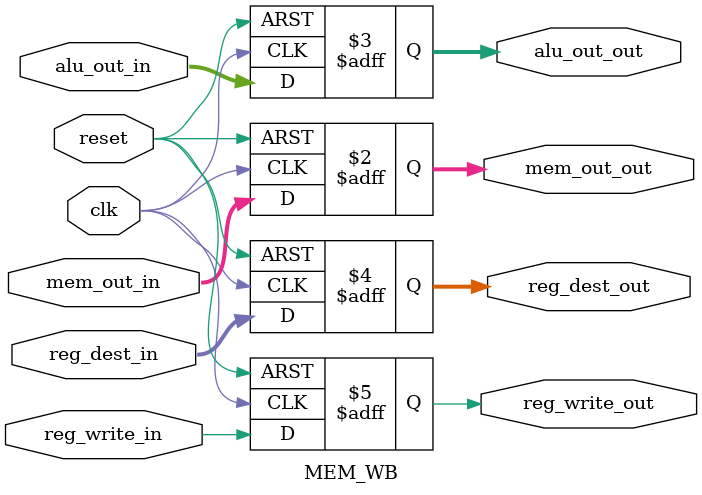
<source format=sv>
module MEM_WB (
  input  logic        clk,
  input  logic        reset,
  input  logic [31:0] mem_out_in,
  input  logic [31:0] alu_out_in,
  input  logic [4:0]  reg_dest_in,
  input  logic        reg_write_in,
  output logic [31:0] mem_out_out,
  output logic [31:0] alu_out_out,
  output logic [4:0]  reg_dest_out,
  output logic        reg_write_out
);
  always_ff @(posedge clk or posedge reset) begin
    if (reset) begin
      mem_out_out   <= 32'd0;
      alu_out_out   <= 32'd0;
      reg_dest_out  <= 5'd0;
      reg_write_out <= 1'b0;
    end else begin
      mem_out_out   <= mem_out_in;
      alu_out_out   <= alu_out_in;
      reg_dest_out  <= reg_dest_in;
      reg_write_out <= reg_write_in;
    end
  end
endmodule

</source>
